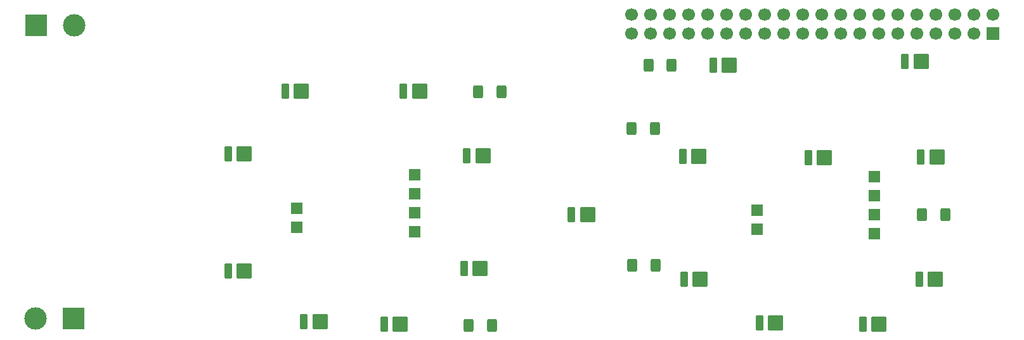
<source format=gbr>
%TF.GenerationSoftware,KiCad,Pcbnew,9.0.2*%
%TF.CreationDate,2025-07-01T15:23:45+02:00*%
%TF.ProjectId,pa-cockpit_door_video,70612d63-6f63-46b7-9069-745f646f6f72,rev?*%
%TF.SameCoordinates,Original*%
%TF.FileFunction,Soldermask,Top*%
%TF.FilePolarity,Negative*%
%FSLAX46Y46*%
G04 Gerber Fmt 4.6, Leading zero omitted, Abs format (unit mm)*
G04 Created by KiCad (PCBNEW 9.0.2) date 2025-07-01 15:23:45*
%MOMM*%
%LPD*%
G01*
G04 APERTURE LIST*
G04 Aperture macros list*
%AMRoundRect*
0 Rectangle with rounded corners*
0 $1 Rounding radius*
0 $2 $3 $4 $5 $6 $7 $8 $9 X,Y pos of 4 corners*
0 Add a 4 corners polygon primitive as box body*
4,1,4,$2,$3,$4,$5,$6,$7,$8,$9,$2,$3,0*
0 Add four circle primitives for the rounded corners*
1,1,$1+$1,$2,$3*
1,1,$1+$1,$4,$5*
1,1,$1+$1,$6,$7*
1,1,$1+$1,$8,$9*
0 Add four rect primitives between the rounded corners*
20,1,$1+$1,$2,$3,$4,$5,0*
20,1,$1+$1,$4,$5,$6,$7,0*
20,1,$1+$1,$6,$7,$8,$9,0*
20,1,$1+$1,$8,$9,$2,$3,0*%
G04 Aperture macros list end*
%ADD10R,1.700000X1.700000*%
%ADD11C,1.700000*%
%ADD12R,3.000000X3.000000*%
%ADD13C,3.000000*%
%ADD14RoundRect,0.250000X-0.400000X-0.625000X0.400000X-0.625000X0.400000X0.625000X-0.400000X0.625000X0*%
%ADD15RoundRect,0.165000X-0.385000X-0.885000X0.385000X-0.885000X0.385000X0.885000X-0.385000X0.885000X0*%
%ADD16RoundRect,0.315000X-0.735000X-0.735000X0.735000X-0.735000X0.735000X0.735000X-0.735000X0.735000X0*%
%ADD17R,1.500000X1.500000*%
G04 APERTURE END LIST*
D10*
%TO.C,J3*%
X212425000Y-75475000D03*
D11*
X212425000Y-72935000D03*
X209885000Y-75475000D03*
X209885000Y-72935000D03*
X207345000Y-75475000D03*
X207345000Y-72935000D03*
X204805000Y-75475000D03*
X204805000Y-72935000D03*
X202265000Y-75475000D03*
X202265000Y-72935000D03*
X199725000Y-75475000D03*
X199725000Y-72935000D03*
X197185000Y-75475000D03*
X197185000Y-72935000D03*
X194645000Y-75475000D03*
X194645000Y-72935000D03*
X192105000Y-75475000D03*
X192105000Y-72935000D03*
X189565000Y-75475000D03*
X189565000Y-72935000D03*
X187025000Y-75475000D03*
X187025000Y-72935000D03*
X184485000Y-75475000D03*
X184485000Y-72935000D03*
X181945000Y-75475000D03*
X181945000Y-72935000D03*
X179405000Y-75475000D03*
X179405000Y-72935000D03*
X176865000Y-75475000D03*
X176865000Y-72935000D03*
X174325000Y-75475000D03*
X174325000Y-72935000D03*
X171785000Y-75475000D03*
X171785000Y-72935000D03*
X169245000Y-75475000D03*
X169245000Y-72935000D03*
X166705000Y-75475000D03*
X166705000Y-72935000D03*
X164165000Y-75475000D03*
X164165000Y-72935000D03*
%TD*%
D12*
%TO.C,J2*%
X89650000Y-113575000D03*
D13*
X84570000Y-113575000D03*
%TD*%
D14*
%TO.C,R1*%
X143650000Y-83300000D03*
X146750000Y-83300000D03*
%TD*%
D15*
%TO.C,D9*%
X175060000Y-79700000D03*
D16*
X177210000Y-79700000D03*
%TD*%
D15*
%TO.C,D17*%
X200660000Y-79200000D03*
D16*
X202810000Y-79200000D03*
%TD*%
D14*
%TO.C,R6*%
X164150000Y-88200000D03*
X167250000Y-88200000D03*
%TD*%
D17*
%TO.C,KR2*%
X196600000Y-94600000D03*
X196600000Y-97140000D03*
X196600000Y-99680000D03*
X196600000Y-102220000D03*
X180900000Y-99100000D03*
X180900000Y-101640000D03*
%TD*%
D15*
%TO.C,D16*%
X156125000Y-99725000D03*
D16*
X158275000Y-99725000D03*
%TD*%
D15*
%TO.C,D2*%
X117885000Y-83200000D03*
D16*
X120035000Y-83200000D03*
%TD*%
D14*
%TO.C,R4*%
X164250000Y-106500000D03*
X167350000Y-106500000D03*
%TD*%
D15*
%TO.C,D12*%
X171160000Y-108300000D03*
D16*
X173310000Y-108300000D03*
%TD*%
D14*
%TO.C,R2*%
X142400000Y-114500000D03*
X145500000Y-114500000D03*
%TD*%
D15*
%TO.C,D10*%
X202760000Y-92000000D03*
D16*
X204910000Y-92000000D03*
%TD*%
D15*
%TO.C,D6*%
X120385000Y-114000000D03*
D16*
X122535000Y-114000000D03*
%TD*%
D15*
%TO.C,D5*%
X110260000Y-107200000D03*
D16*
X112410000Y-107200000D03*
%TD*%
D15*
%TO.C,D7*%
X141760000Y-106900000D03*
D16*
X143910000Y-106900000D03*
%TD*%
D15*
%TO.C,D1*%
X110260000Y-91600000D03*
D16*
X112410000Y-91600000D03*
%TD*%
D15*
%TO.C,D3*%
X133685000Y-83200000D03*
D16*
X135835000Y-83200000D03*
%TD*%
D15*
%TO.C,D18*%
X187760000Y-92100000D03*
D16*
X189910000Y-92100000D03*
%TD*%
D15*
%TO.C,D14*%
X195050000Y-114300000D03*
D16*
X197200000Y-114300000D03*
%TD*%
D15*
%TO.C,D13*%
X181250000Y-114200000D03*
D16*
X183400000Y-114200000D03*
%TD*%
D17*
%TO.C,KR1*%
X135150000Y-94350000D03*
X135150000Y-96890000D03*
X135150000Y-99430000D03*
X135150000Y-101970000D03*
X119450000Y-98850000D03*
X119450000Y-101390000D03*
%TD*%
D15*
%TO.C,D11*%
X170960000Y-91900000D03*
D16*
X173110000Y-91900000D03*
%TD*%
D14*
%TO.C,R5*%
X202950000Y-99700000D03*
X206050000Y-99700000D03*
%TD*%
D15*
%TO.C,D4*%
X142160000Y-91800000D03*
D16*
X144310000Y-91800000D03*
%TD*%
D15*
%TO.C,D15*%
X202560000Y-108300000D03*
D16*
X204710000Y-108300000D03*
%TD*%
D15*
%TO.C,D8*%
X131085000Y-114300000D03*
D16*
X133235000Y-114300000D03*
%TD*%
D14*
%TO.C,R3*%
X166400000Y-79700000D03*
X169500000Y-79700000D03*
%TD*%
D12*
%TO.C,J1*%
X84620000Y-74400000D03*
D13*
X89700000Y-74400000D03*
%TD*%
M02*

</source>
